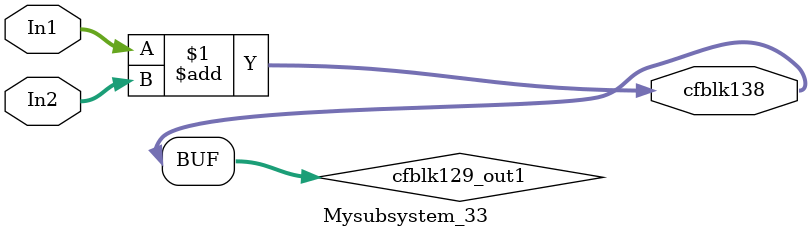
<source format=v>



`timescale 1 ns / 1 ns

module Mysubsystem_33
          (In1,
           In2,
           cfblk138);


  input   [7:0] In1;  // uint8
  input   [7:0] In2;  // uint8
  output  [7:0] cfblk138;  // uint8


  wire [7:0] cfblk129_out1;  // uint8


  assign cfblk129_out1 = In1 + In2;



  assign cfblk138 = cfblk129_out1;

endmodule  // Mysubsystem_33


</source>
